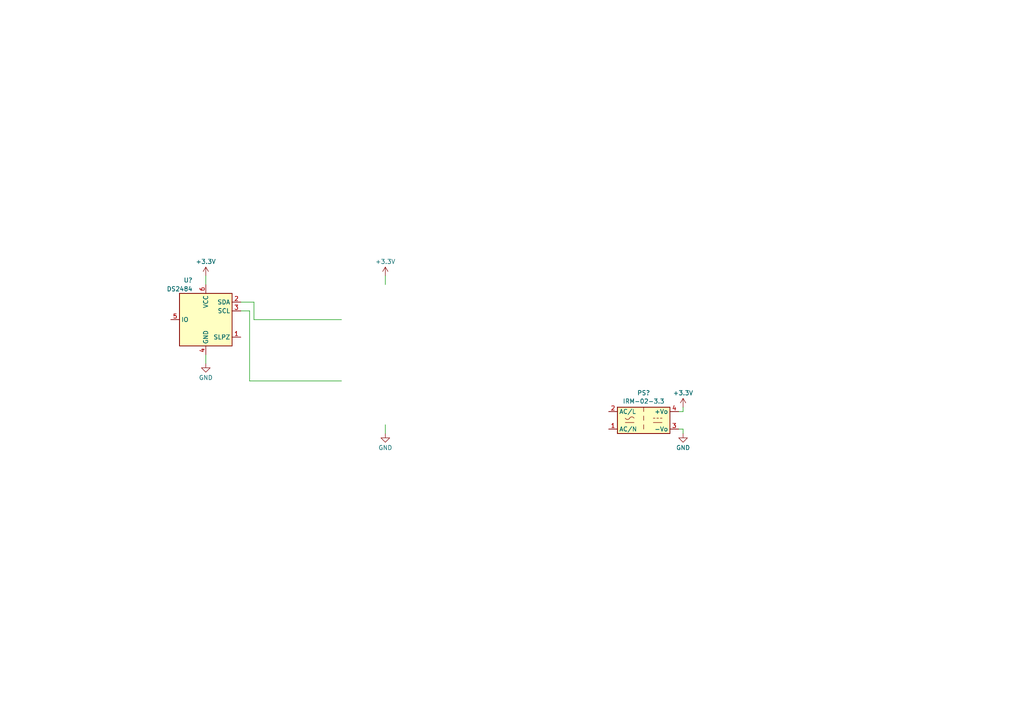
<source format=kicad_sch>
(kicad_sch (version 20230121) (generator eeschema)
  (paper "A4")
  (lib_symbols
    (symbol "Converter_ACDC:IRM-02-3.3"
      (property "Reference" "PS" (at 0 5.08 0))
      (property "Value" "IRM-02-3.3" (at 0 -5.08 0))
      (symbol "IRM-02-3.3_0_1"
        (rectangle (start -7.62 3.81) (end 7.62 -3.81) (stroke (width 0.254)) (fill (type background)))
        (arc (start -5.334 0.635) (mid -4.699 0.2495) (end -4.064 0.635))
        (arc (start -2.794 0.635) (mid -3.429 1.0072) (end -4.064 0.635))
        (polyline (pts (xy -5.334 -0.635) (xy -2.794 -0.635)))
        (polyline (pts (xy 2.794 -0.635) (xy 5.334 -0.635)))
        (polyline (pts (xy 2.794 0.635) (xy 3.302 0.635)))
        (polyline (pts (xy 3.81 0.635) (xy 4.318 0.635)))
        (polyline (pts (xy 4.826 0.635) (xy 5.334 0.635)))
      )
      (symbol "IRM-02-3.3_1_1"
        (polyline (pts (xy 0 -1.27) (xy 0 -2.54)))
        (polyline (pts (xy 0 1.27) (xy 0 0)))
        (polyline (pts (xy 0 3.81) (xy 0 2.54)))
        (pin power_in line (at -10.16 -2.54 0) (length 2.54) (name "AC/N") (number "1"))
        (pin power_in line (at -10.16 2.54 0) (length 2.54) (name "AC/L") (number "2"))
        (pin power_out line (at 10.16 -2.54 180) (length 2.54) (name "-Vo") (number "3"))
        (pin power_out line (at 10.16 2.54 180) (length 2.54) (name "+Vo") (number "4"))
      )
    )
    (symbol "power:+3.3V" (power) (pin_names (offset 0))
      (property "Value" "+3.3V" (at 0 3.556 0))
      (symbol "+3.3V_0_1"
        (polyline (pts (xy -0.762 1.27) (xy 0 2.54)))
        (polyline (pts (xy 0 0) (xy 0 2.54)))
        (polyline (pts (xy 0 2.54) (xy 0.762 1.27)))
      )
      (symbol "+3.3V_1_1"
        (pin power_in line (at 0 0 90) (length 0) hide (name "+3.3V") (number "1"))
      )
    )
    (symbol "power:GND" (power) (pin_names (offset 0))
      (property "Value" "GND" (at 0 -3.81 0))
      (symbol "GND_0_1"
        (polyline (pts (xy 0 0) (xy 0 -1.27) (xy 1.27 -1.27) (xy 0 -2.54) (xy -1.27 -1.27) (xy 0 -1.27)))
      )
      (symbol "GND_1_1"
        (pin power_in line (at 0 0 270) (length 0) hide (name "GND") (number "1"))
      )
    )
    (symbol "valhalla-collected:DS2484"
      (property "Reference" "U" (at 3.81 11.43 0))
      (property "Value" "DS2484" (at 3.81 8.89 0))
      (symbol "DS2484_1_1"
        (rectangle (start -7.62 7.62) (end 7.62 -7.62) (stroke (width 0.254)) (fill (type background)))
        (pin input line (at -10.16 -5.08 0) (length 2.54) (name "SLPZ") (number "1"))
        (pin bidirectional line (at -10.16 5.08 0) (length 2.54) (name "SDA") (number "2"))
        (pin input line (at -10.16 2.54 0) (length 2.54) (name "SCL") (number "3"))
        (pin power_in line (at 0 -10.16 90) (length 2.54) (name "GND") (number "4"))
        (pin bidirectional line (at 10.16 0 180) (length 2.54) (name "IO") (number "5"))
        (pin power_in line (at 0 10.16 270) (length 2.54) (name "VCC") (number "6"))
      )
    )
  )
  (wire (pts (xy 198.12 124.46) (xy 198.12 125.73)))
  (wire (pts (xy 59.69 102.87) (xy 59.69 105.41)))
  (wire (pts (xy 72.39 90.17) (xy 69.85 90.17)))
  (wire (pts (xy 196.85 124.46) (xy 198.12 124.46)))
  (wire (pts (xy 111.76 80.01) (xy 111.76 82.55)))
  (wire (pts (xy 73.66 92.71) (xy 73.66 87.63)))
  (wire (pts (xy 99.06 110.49) (xy 72.39 110.49)))
  (wire (pts (xy 198.12 119.38) (xy 196.85 119.38)))
  (wire (pts (xy 59.69 80.01) (xy 59.69 82.55)))
  (wire (pts (xy 72.39 110.49) (xy 72.39 90.17)))
  (wire (pts (xy 73.66 87.63) (xy 69.85 87.63)))
  (wire (pts (xy 198.12 118.11) (xy 198.12 119.38)))
  (wire (pts (xy 111.76 123.19) (xy 111.76 125.73)))
  (wire (pts (xy 99.06 92.71) (xy 73.66 92.71)))
  (symbol (lib_id "valhalla-collected:DS2484") (at 59.69 92.71 0) (mirror y) (unit 1)
    (property "Reference" "U?" (at 55.88 81.28 0) (effects (justify left)))
    (property "Value" "DS2484" (at 55.88 83.82 0) (effects (justify left)))
    (property "Footprint" "Package_TO_SOT_SMD:SOT-23-6" (effects hide))
    (property "Datasheet" "https://www.analog.com/media/en/technical-documentation/data-sheets/DS2484.pdf" (effects hide))
  )
  (symbol (lib_id "power:+3.3V") (at 198.12 118.11 0) (unit 1)
    (property "Reference" "#PWR06" (effects hide))
    (property "Value" "+3.3V" (at 198.12 113.9769 0))
  )
  (symbol (lib_id "power:+3.3V") (at 59.69 80.01 0) (unit 1)
    (property "Reference" "#PWR04" (effects hide))
    (property "Value" "+3.3V" (at 59.69 75.8769 0))
  )
  (symbol (lib_id "Converter_ACDC:IRM-02-3.3") (at 186.69 121.92 0) (unit 1)
    (property "Reference" "PS?" (at 186.69 113.9657 0))
    (property "Value" "IRM-02-3.3" (at 186.69 116.3899 0))
    (property "Footprint" "Converter_ACDC:Converter_ACDC_MeanWell_IRM-02-xx_THT" (effects hide))
    (property "Datasheet" "https://www.meanwell.com/Upload/PDF/IRM-02/IRM-02-SPEC.PDF" (effects hide))
  )
  (symbol (lib_id "power:GND") (at 111.76 125.73 0) (unit 1)
    (property "Reference" "#PWR01" (effects hide))
    (property "Value" "GND" (at 111.76 129.8631 0))
  )
  (symbol (lib_id "power:GND") (at 59.69 105.41 0) (mirror y) (unit 1)
    (property "Reference" "#PWR03" (effects hide))
    (property "Value" "GND" (at 59.69 109.5431 0))
  )
  (symbol (lib_id "power:+3.3V") (at 111.76 80.01 0) (unit 1)
    (property "Reference" "#PWR05" (effects hide))
    (property "Value" "+3.3V" (at 111.76 75.8769 0))
  )
  (symbol (lib_id "power:GND") (at 198.12 125.73 0) (unit 1)
    (property "Reference" "#PWR02" (effects hide))
    (property "Value" "GND" (at 198.12 129.8631 0))
  )
)
</source>
